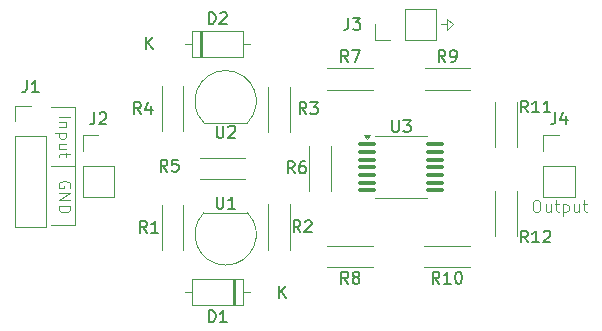
<source format=gto>
G04 #@! TF.GenerationSoftware,KiCad,Pcbnew,9.0.0*
G04 #@! TF.CreationDate,2025-04-05T17:14:40-04:00*
G04 #@! TF.ProjectId,GeoSence_KiCad_singal_module,47656f53-656e-4636-955f-4b694361645f,rev?*
G04 #@! TF.SameCoordinates,Original*
G04 #@! TF.FileFunction,Legend,Top*
G04 #@! TF.FilePolarity,Positive*
%FSLAX46Y46*%
G04 Gerber Fmt 4.6, Leading zero omitted, Abs format (unit mm)*
G04 Created by KiCad (PCBNEW 9.0.0) date 2025-04-05 17:14:40*
%MOMM*%
%LPD*%
G01*
G04 APERTURE LIST*
G04 Aperture macros list*
%AMRoundRect*
0 Rectangle with rounded corners*
0 $1 Rounding radius*
0 $2 $3 $4 $5 $6 $7 $8 $9 X,Y pos of 4 corners*
0 Add a 4 corners polygon primitive as box body*
4,1,4,$2,$3,$4,$5,$6,$7,$8,$9,$2,$3,0*
0 Add four circle primitives for the rounded corners*
1,1,$1+$1,$2,$3*
1,1,$1+$1,$4,$5*
1,1,$1+$1,$6,$7*
1,1,$1+$1,$8,$9*
0 Add four rect primitives between the rounded corners*
20,1,$1+$1,$2,$3,$4,$5,0*
20,1,$1+$1,$4,$5,$6,$7,0*
20,1,$1+$1,$6,$7,$8,$9,0*
20,1,$1+$1,$8,$9,$2,$3,0*%
G04 Aperture macros list end*
%ADD10C,0.100000*%
%ADD11C,0.150000*%
%ADD12C,0.120000*%
%ADD13C,1.400000*%
%ADD14O,1.400000X1.400000*%
%ADD15C,3.600000*%
%ADD16C,5.600000*%
%ADD17R,1.700000X1.700000*%
%ADD18O,1.700000X1.700000*%
%ADD19R,1.600000X1.600000*%
%ADD20O,1.600000X1.600000*%
%ADD21R,1.050000X1.500000*%
%ADD22O,1.050000X1.500000*%
%ADD23RoundRect,0.100000X-0.637500X-0.100000X0.637500X-0.100000X0.637500X0.100000X-0.637500X0.100000X0*%
G04 APERTURE END LIST*
D10*
X82500000Y-53500000D02*
X80500000Y-53500000D01*
X114000000Y-41500000D02*
X114000000Y-42000000D01*
X114000000Y-42000000D02*
X114500000Y-41500000D01*
X82500000Y-53500000D02*
X82500000Y-58500000D01*
X82500000Y-48500000D02*
X82500000Y-53000000D01*
X114500000Y-41500000D02*
X114000000Y-41000000D01*
X113500000Y-41500000D02*
X114000000Y-41500000D01*
X82500000Y-53000000D02*
X82500000Y-53500000D01*
X82500000Y-58500000D02*
X80500000Y-58500000D01*
X80500000Y-48500000D02*
X82500000Y-48500000D01*
X114000000Y-41500000D02*
X114000000Y-41000000D01*
X82079961Y-55327693D02*
X82127580Y-55232455D01*
X82127580Y-55232455D02*
X82127580Y-55089598D01*
X82127580Y-55089598D02*
X82079961Y-54946741D01*
X82079961Y-54946741D02*
X81984723Y-54851503D01*
X81984723Y-54851503D02*
X81889485Y-54803884D01*
X81889485Y-54803884D02*
X81699009Y-54756265D01*
X81699009Y-54756265D02*
X81556152Y-54756265D01*
X81556152Y-54756265D02*
X81365676Y-54803884D01*
X81365676Y-54803884D02*
X81270438Y-54851503D01*
X81270438Y-54851503D02*
X81175200Y-54946741D01*
X81175200Y-54946741D02*
X81127580Y-55089598D01*
X81127580Y-55089598D02*
X81127580Y-55184836D01*
X81127580Y-55184836D02*
X81175200Y-55327693D01*
X81175200Y-55327693D02*
X81222819Y-55375312D01*
X81222819Y-55375312D02*
X81556152Y-55375312D01*
X81556152Y-55375312D02*
X81556152Y-55184836D01*
X81127580Y-55803884D02*
X82127580Y-55803884D01*
X82127580Y-55803884D02*
X81127580Y-56375312D01*
X81127580Y-56375312D02*
X82127580Y-56375312D01*
X81127580Y-56851503D02*
X82127580Y-56851503D01*
X82127580Y-56851503D02*
X82127580Y-57089598D01*
X82127580Y-57089598D02*
X82079961Y-57232455D01*
X82079961Y-57232455D02*
X81984723Y-57327693D01*
X81984723Y-57327693D02*
X81889485Y-57375312D01*
X81889485Y-57375312D02*
X81699009Y-57422931D01*
X81699009Y-57422931D02*
X81556152Y-57422931D01*
X81556152Y-57422931D02*
X81365676Y-57375312D01*
X81365676Y-57375312D02*
X81270438Y-57327693D01*
X81270438Y-57327693D02*
X81175200Y-57232455D01*
X81175200Y-57232455D02*
X81127580Y-57089598D01*
X81127580Y-57089598D02*
X81127580Y-56851503D01*
X121494360Y-56372419D02*
X121684836Y-56372419D01*
X121684836Y-56372419D02*
X121780074Y-56420038D01*
X121780074Y-56420038D02*
X121875312Y-56515276D01*
X121875312Y-56515276D02*
X121922931Y-56705752D01*
X121922931Y-56705752D02*
X121922931Y-57039085D01*
X121922931Y-57039085D02*
X121875312Y-57229561D01*
X121875312Y-57229561D02*
X121780074Y-57324800D01*
X121780074Y-57324800D02*
X121684836Y-57372419D01*
X121684836Y-57372419D02*
X121494360Y-57372419D01*
X121494360Y-57372419D02*
X121399122Y-57324800D01*
X121399122Y-57324800D02*
X121303884Y-57229561D01*
X121303884Y-57229561D02*
X121256265Y-57039085D01*
X121256265Y-57039085D02*
X121256265Y-56705752D01*
X121256265Y-56705752D02*
X121303884Y-56515276D01*
X121303884Y-56515276D02*
X121399122Y-56420038D01*
X121399122Y-56420038D02*
X121494360Y-56372419D01*
X122780074Y-56705752D02*
X122780074Y-57372419D01*
X122351503Y-56705752D02*
X122351503Y-57229561D01*
X122351503Y-57229561D02*
X122399122Y-57324800D01*
X122399122Y-57324800D02*
X122494360Y-57372419D01*
X122494360Y-57372419D02*
X122637217Y-57372419D01*
X122637217Y-57372419D02*
X122732455Y-57324800D01*
X122732455Y-57324800D02*
X122780074Y-57277180D01*
X123113408Y-56705752D02*
X123494360Y-56705752D01*
X123256265Y-56372419D02*
X123256265Y-57229561D01*
X123256265Y-57229561D02*
X123303884Y-57324800D01*
X123303884Y-57324800D02*
X123399122Y-57372419D01*
X123399122Y-57372419D02*
X123494360Y-57372419D01*
X123827694Y-56705752D02*
X123827694Y-57705752D01*
X123827694Y-56753371D02*
X123922932Y-56705752D01*
X123922932Y-56705752D02*
X124113408Y-56705752D01*
X124113408Y-56705752D02*
X124208646Y-56753371D01*
X124208646Y-56753371D02*
X124256265Y-56800990D01*
X124256265Y-56800990D02*
X124303884Y-56896228D01*
X124303884Y-56896228D02*
X124303884Y-57181942D01*
X124303884Y-57181942D02*
X124256265Y-57277180D01*
X124256265Y-57277180D02*
X124208646Y-57324800D01*
X124208646Y-57324800D02*
X124113408Y-57372419D01*
X124113408Y-57372419D02*
X123922932Y-57372419D01*
X123922932Y-57372419D02*
X123827694Y-57324800D01*
X125161027Y-56705752D02*
X125161027Y-57372419D01*
X124732456Y-56705752D02*
X124732456Y-57229561D01*
X124732456Y-57229561D02*
X124780075Y-57324800D01*
X124780075Y-57324800D02*
X124875313Y-57372419D01*
X124875313Y-57372419D02*
X125018170Y-57372419D01*
X125018170Y-57372419D02*
X125113408Y-57324800D01*
X125113408Y-57324800D02*
X125161027Y-57277180D01*
X125494361Y-56705752D02*
X125875313Y-56705752D01*
X125637218Y-56372419D02*
X125637218Y-57229561D01*
X125637218Y-57229561D02*
X125684837Y-57324800D01*
X125684837Y-57324800D02*
X125780075Y-57372419D01*
X125780075Y-57372419D02*
X125875313Y-57372419D01*
X81127580Y-49303884D02*
X82127580Y-49303884D01*
X81794247Y-49780074D02*
X81127580Y-49780074D01*
X81699009Y-49780074D02*
X81746628Y-49827693D01*
X81746628Y-49827693D02*
X81794247Y-49922931D01*
X81794247Y-49922931D02*
X81794247Y-50065788D01*
X81794247Y-50065788D02*
X81746628Y-50161026D01*
X81746628Y-50161026D02*
X81651390Y-50208645D01*
X81651390Y-50208645D02*
X81127580Y-50208645D01*
X81794247Y-50684836D02*
X80794247Y-50684836D01*
X81746628Y-50684836D02*
X81794247Y-50780074D01*
X81794247Y-50780074D02*
X81794247Y-50970550D01*
X81794247Y-50970550D02*
X81746628Y-51065788D01*
X81746628Y-51065788D02*
X81699009Y-51113407D01*
X81699009Y-51113407D02*
X81603771Y-51161026D01*
X81603771Y-51161026D02*
X81318057Y-51161026D01*
X81318057Y-51161026D02*
X81222819Y-51113407D01*
X81222819Y-51113407D02*
X81175200Y-51065788D01*
X81175200Y-51065788D02*
X81127580Y-50970550D01*
X81127580Y-50970550D02*
X81127580Y-50780074D01*
X81127580Y-50780074D02*
X81175200Y-50684836D01*
X81794247Y-52018169D02*
X81127580Y-52018169D01*
X81794247Y-51589598D02*
X81270438Y-51589598D01*
X81270438Y-51589598D02*
X81175200Y-51637217D01*
X81175200Y-51637217D02*
X81127580Y-51732455D01*
X81127580Y-51732455D02*
X81127580Y-51875312D01*
X81127580Y-51875312D02*
X81175200Y-51970550D01*
X81175200Y-51970550D02*
X81222819Y-52018169D01*
X81794247Y-52351503D02*
X81794247Y-52732455D01*
X82127580Y-52494360D02*
X81270438Y-52494360D01*
X81270438Y-52494360D02*
X81175200Y-52541979D01*
X81175200Y-52541979D02*
X81127580Y-52637217D01*
X81127580Y-52637217D02*
X81127580Y-52732455D01*
D11*
X113873333Y-44674819D02*
X113540000Y-44198628D01*
X113301905Y-44674819D02*
X113301905Y-43674819D01*
X113301905Y-43674819D02*
X113682857Y-43674819D01*
X113682857Y-43674819D02*
X113778095Y-43722438D01*
X113778095Y-43722438D02*
X113825714Y-43770057D01*
X113825714Y-43770057D02*
X113873333Y-43865295D01*
X113873333Y-43865295D02*
X113873333Y-44008152D01*
X113873333Y-44008152D02*
X113825714Y-44103390D01*
X113825714Y-44103390D02*
X113778095Y-44151009D01*
X113778095Y-44151009D02*
X113682857Y-44198628D01*
X113682857Y-44198628D02*
X113301905Y-44198628D01*
X114349524Y-44674819D02*
X114540000Y-44674819D01*
X114540000Y-44674819D02*
X114635238Y-44627200D01*
X114635238Y-44627200D02*
X114682857Y-44579580D01*
X114682857Y-44579580D02*
X114778095Y-44436723D01*
X114778095Y-44436723D02*
X114825714Y-44246247D01*
X114825714Y-44246247D02*
X114825714Y-43865295D01*
X114825714Y-43865295D02*
X114778095Y-43770057D01*
X114778095Y-43770057D02*
X114730476Y-43722438D01*
X114730476Y-43722438D02*
X114635238Y-43674819D01*
X114635238Y-43674819D02*
X114444762Y-43674819D01*
X114444762Y-43674819D02*
X114349524Y-43722438D01*
X114349524Y-43722438D02*
X114301905Y-43770057D01*
X114301905Y-43770057D02*
X114254286Y-43865295D01*
X114254286Y-43865295D02*
X114254286Y-44103390D01*
X114254286Y-44103390D02*
X114301905Y-44198628D01*
X114301905Y-44198628D02*
X114349524Y-44246247D01*
X114349524Y-44246247D02*
X114444762Y-44293866D01*
X114444762Y-44293866D02*
X114635238Y-44293866D01*
X114635238Y-44293866D02*
X114730476Y-44246247D01*
X114730476Y-44246247D02*
X114778095Y-44198628D01*
X114778095Y-44198628D02*
X114825714Y-44103390D01*
X84166666Y-48954819D02*
X84166666Y-49669104D01*
X84166666Y-49669104D02*
X84119047Y-49811961D01*
X84119047Y-49811961D02*
X84023809Y-49907200D01*
X84023809Y-49907200D02*
X83880952Y-49954819D01*
X83880952Y-49954819D02*
X83785714Y-49954819D01*
X84595238Y-49050057D02*
X84642857Y-49002438D01*
X84642857Y-49002438D02*
X84738095Y-48954819D01*
X84738095Y-48954819D02*
X84976190Y-48954819D01*
X84976190Y-48954819D02*
X85071428Y-49002438D01*
X85071428Y-49002438D02*
X85119047Y-49050057D01*
X85119047Y-49050057D02*
X85166666Y-49145295D01*
X85166666Y-49145295D02*
X85166666Y-49240533D01*
X85166666Y-49240533D02*
X85119047Y-49383390D01*
X85119047Y-49383390D02*
X84547619Y-49954819D01*
X84547619Y-49954819D02*
X85166666Y-49954819D01*
X105643333Y-63454819D02*
X105310000Y-62978628D01*
X105071905Y-63454819D02*
X105071905Y-62454819D01*
X105071905Y-62454819D02*
X105452857Y-62454819D01*
X105452857Y-62454819D02*
X105548095Y-62502438D01*
X105548095Y-62502438D02*
X105595714Y-62550057D01*
X105595714Y-62550057D02*
X105643333Y-62645295D01*
X105643333Y-62645295D02*
X105643333Y-62788152D01*
X105643333Y-62788152D02*
X105595714Y-62883390D01*
X105595714Y-62883390D02*
X105548095Y-62931009D01*
X105548095Y-62931009D02*
X105452857Y-62978628D01*
X105452857Y-62978628D02*
X105071905Y-62978628D01*
X106214762Y-62883390D02*
X106119524Y-62835771D01*
X106119524Y-62835771D02*
X106071905Y-62788152D01*
X106071905Y-62788152D02*
X106024286Y-62692914D01*
X106024286Y-62692914D02*
X106024286Y-62645295D01*
X106024286Y-62645295D02*
X106071905Y-62550057D01*
X106071905Y-62550057D02*
X106119524Y-62502438D01*
X106119524Y-62502438D02*
X106214762Y-62454819D01*
X106214762Y-62454819D02*
X106405238Y-62454819D01*
X106405238Y-62454819D02*
X106500476Y-62502438D01*
X106500476Y-62502438D02*
X106548095Y-62550057D01*
X106548095Y-62550057D02*
X106595714Y-62645295D01*
X106595714Y-62645295D02*
X106595714Y-62692914D01*
X106595714Y-62692914D02*
X106548095Y-62788152D01*
X106548095Y-62788152D02*
X106500476Y-62835771D01*
X106500476Y-62835771D02*
X106405238Y-62883390D01*
X106405238Y-62883390D02*
X106214762Y-62883390D01*
X106214762Y-62883390D02*
X106119524Y-62931009D01*
X106119524Y-62931009D02*
X106071905Y-62978628D01*
X106071905Y-62978628D02*
X106024286Y-63073866D01*
X106024286Y-63073866D02*
X106024286Y-63264342D01*
X106024286Y-63264342D02*
X106071905Y-63359580D01*
X106071905Y-63359580D02*
X106119524Y-63407200D01*
X106119524Y-63407200D02*
X106214762Y-63454819D01*
X106214762Y-63454819D02*
X106405238Y-63454819D01*
X106405238Y-63454819D02*
X106500476Y-63407200D01*
X106500476Y-63407200D02*
X106548095Y-63359580D01*
X106548095Y-63359580D02*
X106595714Y-63264342D01*
X106595714Y-63264342D02*
X106595714Y-63073866D01*
X106595714Y-63073866D02*
X106548095Y-62978628D01*
X106548095Y-62978628D02*
X106500476Y-62931009D01*
X106500476Y-62931009D02*
X106405238Y-62883390D01*
X93841905Y-41474819D02*
X93841905Y-40474819D01*
X93841905Y-40474819D02*
X94080000Y-40474819D01*
X94080000Y-40474819D02*
X94222857Y-40522438D01*
X94222857Y-40522438D02*
X94318095Y-40617676D01*
X94318095Y-40617676D02*
X94365714Y-40712914D01*
X94365714Y-40712914D02*
X94413333Y-40903390D01*
X94413333Y-40903390D02*
X94413333Y-41046247D01*
X94413333Y-41046247D02*
X94365714Y-41236723D01*
X94365714Y-41236723D02*
X94318095Y-41331961D01*
X94318095Y-41331961D02*
X94222857Y-41427200D01*
X94222857Y-41427200D02*
X94080000Y-41474819D01*
X94080000Y-41474819D02*
X93841905Y-41474819D01*
X94794286Y-40570057D02*
X94841905Y-40522438D01*
X94841905Y-40522438D02*
X94937143Y-40474819D01*
X94937143Y-40474819D02*
X95175238Y-40474819D01*
X95175238Y-40474819D02*
X95270476Y-40522438D01*
X95270476Y-40522438D02*
X95318095Y-40570057D01*
X95318095Y-40570057D02*
X95365714Y-40665295D01*
X95365714Y-40665295D02*
X95365714Y-40760533D01*
X95365714Y-40760533D02*
X95318095Y-40903390D01*
X95318095Y-40903390D02*
X94746667Y-41474819D01*
X94746667Y-41474819D02*
X95365714Y-41474819D01*
X88508095Y-43594819D02*
X88508095Y-42594819D01*
X89079523Y-43594819D02*
X88650952Y-43023390D01*
X89079523Y-42594819D02*
X88508095Y-43166247D01*
X94508095Y-50094819D02*
X94508095Y-50904342D01*
X94508095Y-50904342D02*
X94555714Y-50999580D01*
X94555714Y-50999580D02*
X94603333Y-51047200D01*
X94603333Y-51047200D02*
X94698571Y-51094819D01*
X94698571Y-51094819D02*
X94889047Y-51094819D01*
X94889047Y-51094819D02*
X94984285Y-51047200D01*
X94984285Y-51047200D02*
X95031904Y-50999580D01*
X95031904Y-50999580D02*
X95079523Y-50904342D01*
X95079523Y-50904342D02*
X95079523Y-50094819D01*
X95508095Y-50190057D02*
X95555714Y-50142438D01*
X95555714Y-50142438D02*
X95650952Y-50094819D01*
X95650952Y-50094819D02*
X95889047Y-50094819D01*
X95889047Y-50094819D02*
X95984285Y-50142438D01*
X95984285Y-50142438D02*
X96031904Y-50190057D01*
X96031904Y-50190057D02*
X96079523Y-50285295D01*
X96079523Y-50285295D02*
X96079523Y-50380533D01*
X96079523Y-50380533D02*
X96031904Y-50523390D01*
X96031904Y-50523390D02*
X95460476Y-51094819D01*
X95460476Y-51094819D02*
X96079523Y-51094819D01*
X101103333Y-54094819D02*
X100770000Y-53618628D01*
X100531905Y-54094819D02*
X100531905Y-53094819D01*
X100531905Y-53094819D02*
X100912857Y-53094819D01*
X100912857Y-53094819D02*
X101008095Y-53142438D01*
X101008095Y-53142438D02*
X101055714Y-53190057D01*
X101055714Y-53190057D02*
X101103333Y-53285295D01*
X101103333Y-53285295D02*
X101103333Y-53428152D01*
X101103333Y-53428152D02*
X101055714Y-53523390D01*
X101055714Y-53523390D02*
X101008095Y-53571009D01*
X101008095Y-53571009D02*
X100912857Y-53618628D01*
X100912857Y-53618628D02*
X100531905Y-53618628D01*
X101960476Y-53094819D02*
X101770000Y-53094819D01*
X101770000Y-53094819D02*
X101674762Y-53142438D01*
X101674762Y-53142438D02*
X101627143Y-53190057D01*
X101627143Y-53190057D02*
X101531905Y-53332914D01*
X101531905Y-53332914D02*
X101484286Y-53523390D01*
X101484286Y-53523390D02*
X101484286Y-53904342D01*
X101484286Y-53904342D02*
X101531905Y-53999580D01*
X101531905Y-53999580D02*
X101579524Y-54047200D01*
X101579524Y-54047200D02*
X101674762Y-54094819D01*
X101674762Y-54094819D02*
X101865238Y-54094819D01*
X101865238Y-54094819D02*
X101960476Y-54047200D01*
X101960476Y-54047200D02*
X102008095Y-53999580D01*
X102008095Y-53999580D02*
X102055714Y-53904342D01*
X102055714Y-53904342D02*
X102055714Y-53666247D01*
X102055714Y-53666247D02*
X102008095Y-53571009D01*
X102008095Y-53571009D02*
X101960476Y-53523390D01*
X101960476Y-53523390D02*
X101865238Y-53475771D01*
X101865238Y-53475771D02*
X101674762Y-53475771D01*
X101674762Y-53475771D02*
X101579524Y-53523390D01*
X101579524Y-53523390D02*
X101531905Y-53571009D01*
X101531905Y-53571009D02*
X101484286Y-53666247D01*
X123166666Y-48954819D02*
X123166666Y-49669104D01*
X123166666Y-49669104D02*
X123119047Y-49811961D01*
X123119047Y-49811961D02*
X123023809Y-49907200D01*
X123023809Y-49907200D02*
X122880952Y-49954819D01*
X122880952Y-49954819D02*
X122785714Y-49954819D01*
X124071428Y-49288152D02*
X124071428Y-49954819D01*
X123833333Y-48907200D02*
X123595238Y-49621485D01*
X123595238Y-49621485D02*
X124214285Y-49621485D01*
X105643333Y-44674819D02*
X105310000Y-44198628D01*
X105071905Y-44674819D02*
X105071905Y-43674819D01*
X105071905Y-43674819D02*
X105452857Y-43674819D01*
X105452857Y-43674819D02*
X105548095Y-43722438D01*
X105548095Y-43722438D02*
X105595714Y-43770057D01*
X105595714Y-43770057D02*
X105643333Y-43865295D01*
X105643333Y-43865295D02*
X105643333Y-44008152D01*
X105643333Y-44008152D02*
X105595714Y-44103390D01*
X105595714Y-44103390D02*
X105548095Y-44151009D01*
X105548095Y-44151009D02*
X105452857Y-44198628D01*
X105452857Y-44198628D02*
X105071905Y-44198628D01*
X105976667Y-43674819D02*
X106643333Y-43674819D01*
X106643333Y-43674819D02*
X106214762Y-44674819D01*
X88603333Y-59134819D02*
X88270000Y-58658628D01*
X88031905Y-59134819D02*
X88031905Y-58134819D01*
X88031905Y-58134819D02*
X88412857Y-58134819D01*
X88412857Y-58134819D02*
X88508095Y-58182438D01*
X88508095Y-58182438D02*
X88555714Y-58230057D01*
X88555714Y-58230057D02*
X88603333Y-58325295D01*
X88603333Y-58325295D02*
X88603333Y-58468152D01*
X88603333Y-58468152D02*
X88555714Y-58563390D01*
X88555714Y-58563390D02*
X88508095Y-58611009D01*
X88508095Y-58611009D02*
X88412857Y-58658628D01*
X88412857Y-58658628D02*
X88031905Y-58658628D01*
X89555714Y-59134819D02*
X88984286Y-59134819D01*
X89270000Y-59134819D02*
X89270000Y-58134819D01*
X89270000Y-58134819D02*
X89174762Y-58277676D01*
X89174762Y-58277676D02*
X89079524Y-58372914D01*
X89079524Y-58372914D02*
X88984286Y-58420533D01*
X105666666Y-40954819D02*
X105666666Y-41669104D01*
X105666666Y-41669104D02*
X105619047Y-41811961D01*
X105619047Y-41811961D02*
X105523809Y-41907200D01*
X105523809Y-41907200D02*
X105380952Y-41954819D01*
X105380952Y-41954819D02*
X105285714Y-41954819D01*
X106047619Y-40954819D02*
X106666666Y-40954819D01*
X106666666Y-40954819D02*
X106333333Y-41335771D01*
X106333333Y-41335771D02*
X106476190Y-41335771D01*
X106476190Y-41335771D02*
X106571428Y-41383390D01*
X106571428Y-41383390D02*
X106619047Y-41431009D01*
X106619047Y-41431009D02*
X106666666Y-41526247D01*
X106666666Y-41526247D02*
X106666666Y-41764342D01*
X106666666Y-41764342D02*
X106619047Y-41859580D01*
X106619047Y-41859580D02*
X106571428Y-41907200D01*
X106571428Y-41907200D02*
X106476190Y-41954819D01*
X106476190Y-41954819D02*
X106190476Y-41954819D01*
X106190476Y-41954819D02*
X106095238Y-41907200D01*
X106095238Y-41907200D02*
X106047619Y-41859580D01*
X88103333Y-49094819D02*
X87770000Y-48618628D01*
X87531905Y-49094819D02*
X87531905Y-48094819D01*
X87531905Y-48094819D02*
X87912857Y-48094819D01*
X87912857Y-48094819D02*
X88008095Y-48142438D01*
X88008095Y-48142438D02*
X88055714Y-48190057D01*
X88055714Y-48190057D02*
X88103333Y-48285295D01*
X88103333Y-48285295D02*
X88103333Y-48428152D01*
X88103333Y-48428152D02*
X88055714Y-48523390D01*
X88055714Y-48523390D02*
X88008095Y-48571009D01*
X88008095Y-48571009D02*
X87912857Y-48618628D01*
X87912857Y-48618628D02*
X87531905Y-48618628D01*
X88960476Y-48428152D02*
X88960476Y-49094819D01*
X88722381Y-48047200D02*
X88484286Y-48761485D01*
X88484286Y-48761485D02*
X89103333Y-48761485D01*
X94508095Y-56094819D02*
X94508095Y-56904342D01*
X94508095Y-56904342D02*
X94555714Y-56999580D01*
X94555714Y-56999580D02*
X94603333Y-57047200D01*
X94603333Y-57047200D02*
X94698571Y-57094819D01*
X94698571Y-57094819D02*
X94889047Y-57094819D01*
X94889047Y-57094819D02*
X94984285Y-57047200D01*
X94984285Y-57047200D02*
X95031904Y-56999580D01*
X95031904Y-56999580D02*
X95079523Y-56904342D01*
X95079523Y-56904342D02*
X95079523Y-56094819D01*
X96079523Y-57094819D02*
X95508095Y-57094819D01*
X95793809Y-57094819D02*
X95793809Y-56094819D01*
X95793809Y-56094819D02*
X95698571Y-56237676D01*
X95698571Y-56237676D02*
X95603333Y-56332914D01*
X95603333Y-56332914D02*
X95508095Y-56380533D01*
X90333333Y-53954819D02*
X90000000Y-53478628D01*
X89761905Y-53954819D02*
X89761905Y-52954819D01*
X89761905Y-52954819D02*
X90142857Y-52954819D01*
X90142857Y-52954819D02*
X90238095Y-53002438D01*
X90238095Y-53002438D02*
X90285714Y-53050057D01*
X90285714Y-53050057D02*
X90333333Y-53145295D01*
X90333333Y-53145295D02*
X90333333Y-53288152D01*
X90333333Y-53288152D02*
X90285714Y-53383390D01*
X90285714Y-53383390D02*
X90238095Y-53431009D01*
X90238095Y-53431009D02*
X90142857Y-53478628D01*
X90142857Y-53478628D02*
X89761905Y-53478628D01*
X91238095Y-52954819D02*
X90761905Y-52954819D01*
X90761905Y-52954819D02*
X90714286Y-53431009D01*
X90714286Y-53431009D02*
X90761905Y-53383390D01*
X90761905Y-53383390D02*
X90857143Y-53335771D01*
X90857143Y-53335771D02*
X91095238Y-53335771D01*
X91095238Y-53335771D02*
X91190476Y-53383390D01*
X91190476Y-53383390D02*
X91238095Y-53431009D01*
X91238095Y-53431009D02*
X91285714Y-53526247D01*
X91285714Y-53526247D02*
X91285714Y-53764342D01*
X91285714Y-53764342D02*
X91238095Y-53859580D01*
X91238095Y-53859580D02*
X91190476Y-53907200D01*
X91190476Y-53907200D02*
X91095238Y-53954819D01*
X91095238Y-53954819D02*
X90857143Y-53954819D01*
X90857143Y-53954819D02*
X90761905Y-53907200D01*
X90761905Y-53907200D02*
X90714286Y-53859580D01*
X109370595Y-49594819D02*
X109370595Y-50404342D01*
X109370595Y-50404342D02*
X109418214Y-50499580D01*
X109418214Y-50499580D02*
X109465833Y-50547200D01*
X109465833Y-50547200D02*
X109561071Y-50594819D01*
X109561071Y-50594819D02*
X109751547Y-50594819D01*
X109751547Y-50594819D02*
X109846785Y-50547200D01*
X109846785Y-50547200D02*
X109894404Y-50499580D01*
X109894404Y-50499580D02*
X109942023Y-50404342D01*
X109942023Y-50404342D02*
X109942023Y-49594819D01*
X110322976Y-49594819D02*
X110942023Y-49594819D01*
X110942023Y-49594819D02*
X110608690Y-49975771D01*
X110608690Y-49975771D02*
X110751547Y-49975771D01*
X110751547Y-49975771D02*
X110846785Y-50023390D01*
X110846785Y-50023390D02*
X110894404Y-50071009D01*
X110894404Y-50071009D02*
X110942023Y-50166247D01*
X110942023Y-50166247D02*
X110942023Y-50404342D01*
X110942023Y-50404342D02*
X110894404Y-50499580D01*
X110894404Y-50499580D02*
X110846785Y-50547200D01*
X110846785Y-50547200D02*
X110751547Y-50594819D01*
X110751547Y-50594819D02*
X110465833Y-50594819D01*
X110465833Y-50594819D02*
X110370595Y-50547200D01*
X110370595Y-50547200D02*
X110322976Y-50499580D01*
X102103333Y-49094819D02*
X101770000Y-48618628D01*
X101531905Y-49094819D02*
X101531905Y-48094819D01*
X101531905Y-48094819D02*
X101912857Y-48094819D01*
X101912857Y-48094819D02*
X102008095Y-48142438D01*
X102008095Y-48142438D02*
X102055714Y-48190057D01*
X102055714Y-48190057D02*
X102103333Y-48285295D01*
X102103333Y-48285295D02*
X102103333Y-48428152D01*
X102103333Y-48428152D02*
X102055714Y-48523390D01*
X102055714Y-48523390D02*
X102008095Y-48571009D01*
X102008095Y-48571009D02*
X101912857Y-48618628D01*
X101912857Y-48618628D02*
X101531905Y-48618628D01*
X102436667Y-48094819D02*
X103055714Y-48094819D01*
X103055714Y-48094819D02*
X102722381Y-48475771D01*
X102722381Y-48475771D02*
X102865238Y-48475771D01*
X102865238Y-48475771D02*
X102960476Y-48523390D01*
X102960476Y-48523390D02*
X103008095Y-48571009D01*
X103008095Y-48571009D02*
X103055714Y-48666247D01*
X103055714Y-48666247D02*
X103055714Y-48904342D01*
X103055714Y-48904342D02*
X103008095Y-48999580D01*
X103008095Y-48999580D02*
X102960476Y-49047200D01*
X102960476Y-49047200D02*
X102865238Y-49094819D01*
X102865238Y-49094819D02*
X102579524Y-49094819D01*
X102579524Y-49094819D02*
X102484286Y-49047200D01*
X102484286Y-49047200D02*
X102436667Y-48999580D01*
X120857142Y-59954819D02*
X120523809Y-59478628D01*
X120285714Y-59954819D02*
X120285714Y-58954819D01*
X120285714Y-58954819D02*
X120666666Y-58954819D01*
X120666666Y-58954819D02*
X120761904Y-59002438D01*
X120761904Y-59002438D02*
X120809523Y-59050057D01*
X120809523Y-59050057D02*
X120857142Y-59145295D01*
X120857142Y-59145295D02*
X120857142Y-59288152D01*
X120857142Y-59288152D02*
X120809523Y-59383390D01*
X120809523Y-59383390D02*
X120761904Y-59431009D01*
X120761904Y-59431009D02*
X120666666Y-59478628D01*
X120666666Y-59478628D02*
X120285714Y-59478628D01*
X121809523Y-59954819D02*
X121238095Y-59954819D01*
X121523809Y-59954819D02*
X121523809Y-58954819D01*
X121523809Y-58954819D02*
X121428571Y-59097676D01*
X121428571Y-59097676D02*
X121333333Y-59192914D01*
X121333333Y-59192914D02*
X121238095Y-59240533D01*
X122190476Y-59050057D02*
X122238095Y-59002438D01*
X122238095Y-59002438D02*
X122333333Y-58954819D01*
X122333333Y-58954819D02*
X122571428Y-58954819D01*
X122571428Y-58954819D02*
X122666666Y-59002438D01*
X122666666Y-59002438D02*
X122714285Y-59050057D01*
X122714285Y-59050057D02*
X122761904Y-59145295D01*
X122761904Y-59145295D02*
X122761904Y-59240533D01*
X122761904Y-59240533D02*
X122714285Y-59383390D01*
X122714285Y-59383390D02*
X122142857Y-59954819D01*
X122142857Y-59954819D02*
X122761904Y-59954819D01*
X78436666Y-46234819D02*
X78436666Y-46949104D01*
X78436666Y-46949104D02*
X78389047Y-47091961D01*
X78389047Y-47091961D02*
X78293809Y-47187200D01*
X78293809Y-47187200D02*
X78150952Y-47234819D01*
X78150952Y-47234819D02*
X78055714Y-47234819D01*
X79436666Y-47234819D02*
X78865238Y-47234819D01*
X79150952Y-47234819D02*
X79150952Y-46234819D01*
X79150952Y-46234819D02*
X79055714Y-46377676D01*
X79055714Y-46377676D02*
X78960476Y-46472914D01*
X78960476Y-46472914D02*
X78865238Y-46520533D01*
X93841905Y-66714819D02*
X93841905Y-65714819D01*
X93841905Y-65714819D02*
X94080000Y-65714819D01*
X94080000Y-65714819D02*
X94222857Y-65762438D01*
X94222857Y-65762438D02*
X94318095Y-65857676D01*
X94318095Y-65857676D02*
X94365714Y-65952914D01*
X94365714Y-65952914D02*
X94413333Y-66143390D01*
X94413333Y-66143390D02*
X94413333Y-66286247D01*
X94413333Y-66286247D02*
X94365714Y-66476723D01*
X94365714Y-66476723D02*
X94318095Y-66571961D01*
X94318095Y-66571961D02*
X94222857Y-66667200D01*
X94222857Y-66667200D02*
X94080000Y-66714819D01*
X94080000Y-66714819D02*
X93841905Y-66714819D01*
X95365714Y-66714819D02*
X94794286Y-66714819D01*
X95080000Y-66714819D02*
X95080000Y-65714819D01*
X95080000Y-65714819D02*
X94984762Y-65857676D01*
X94984762Y-65857676D02*
X94889524Y-65952914D01*
X94889524Y-65952914D02*
X94794286Y-66000533D01*
X99818095Y-64634819D02*
X99818095Y-63634819D01*
X100389523Y-64634819D02*
X99960952Y-64063390D01*
X100389523Y-63634819D02*
X99818095Y-64206247D01*
X113357142Y-63454819D02*
X113023809Y-62978628D01*
X112785714Y-63454819D02*
X112785714Y-62454819D01*
X112785714Y-62454819D02*
X113166666Y-62454819D01*
X113166666Y-62454819D02*
X113261904Y-62502438D01*
X113261904Y-62502438D02*
X113309523Y-62550057D01*
X113309523Y-62550057D02*
X113357142Y-62645295D01*
X113357142Y-62645295D02*
X113357142Y-62788152D01*
X113357142Y-62788152D02*
X113309523Y-62883390D01*
X113309523Y-62883390D02*
X113261904Y-62931009D01*
X113261904Y-62931009D02*
X113166666Y-62978628D01*
X113166666Y-62978628D02*
X112785714Y-62978628D01*
X114309523Y-63454819D02*
X113738095Y-63454819D01*
X114023809Y-63454819D02*
X114023809Y-62454819D01*
X114023809Y-62454819D02*
X113928571Y-62597676D01*
X113928571Y-62597676D02*
X113833333Y-62692914D01*
X113833333Y-62692914D02*
X113738095Y-62740533D01*
X114928571Y-62454819D02*
X115023809Y-62454819D01*
X115023809Y-62454819D02*
X115119047Y-62502438D01*
X115119047Y-62502438D02*
X115166666Y-62550057D01*
X115166666Y-62550057D02*
X115214285Y-62645295D01*
X115214285Y-62645295D02*
X115261904Y-62835771D01*
X115261904Y-62835771D02*
X115261904Y-63073866D01*
X115261904Y-63073866D02*
X115214285Y-63264342D01*
X115214285Y-63264342D02*
X115166666Y-63359580D01*
X115166666Y-63359580D02*
X115119047Y-63407200D01*
X115119047Y-63407200D02*
X115023809Y-63454819D01*
X115023809Y-63454819D02*
X114928571Y-63454819D01*
X114928571Y-63454819D02*
X114833333Y-63407200D01*
X114833333Y-63407200D02*
X114785714Y-63359580D01*
X114785714Y-63359580D02*
X114738095Y-63264342D01*
X114738095Y-63264342D02*
X114690476Y-63073866D01*
X114690476Y-63073866D02*
X114690476Y-62835771D01*
X114690476Y-62835771D02*
X114738095Y-62645295D01*
X114738095Y-62645295D02*
X114785714Y-62550057D01*
X114785714Y-62550057D02*
X114833333Y-62502438D01*
X114833333Y-62502438D02*
X114928571Y-62454819D01*
X101603333Y-59094819D02*
X101270000Y-58618628D01*
X101031905Y-59094819D02*
X101031905Y-58094819D01*
X101031905Y-58094819D02*
X101412857Y-58094819D01*
X101412857Y-58094819D02*
X101508095Y-58142438D01*
X101508095Y-58142438D02*
X101555714Y-58190057D01*
X101555714Y-58190057D02*
X101603333Y-58285295D01*
X101603333Y-58285295D02*
X101603333Y-58428152D01*
X101603333Y-58428152D02*
X101555714Y-58523390D01*
X101555714Y-58523390D02*
X101508095Y-58571009D01*
X101508095Y-58571009D02*
X101412857Y-58618628D01*
X101412857Y-58618628D02*
X101031905Y-58618628D01*
X101984286Y-58190057D02*
X102031905Y-58142438D01*
X102031905Y-58142438D02*
X102127143Y-58094819D01*
X102127143Y-58094819D02*
X102365238Y-58094819D01*
X102365238Y-58094819D02*
X102460476Y-58142438D01*
X102460476Y-58142438D02*
X102508095Y-58190057D01*
X102508095Y-58190057D02*
X102555714Y-58285295D01*
X102555714Y-58285295D02*
X102555714Y-58380533D01*
X102555714Y-58380533D02*
X102508095Y-58523390D01*
X102508095Y-58523390D02*
X101936667Y-59094819D01*
X101936667Y-59094819D02*
X102555714Y-59094819D01*
X120857142Y-48954819D02*
X120523809Y-48478628D01*
X120285714Y-48954819D02*
X120285714Y-47954819D01*
X120285714Y-47954819D02*
X120666666Y-47954819D01*
X120666666Y-47954819D02*
X120761904Y-48002438D01*
X120761904Y-48002438D02*
X120809523Y-48050057D01*
X120809523Y-48050057D02*
X120857142Y-48145295D01*
X120857142Y-48145295D02*
X120857142Y-48288152D01*
X120857142Y-48288152D02*
X120809523Y-48383390D01*
X120809523Y-48383390D02*
X120761904Y-48431009D01*
X120761904Y-48431009D02*
X120666666Y-48478628D01*
X120666666Y-48478628D02*
X120285714Y-48478628D01*
X121809523Y-48954819D02*
X121238095Y-48954819D01*
X121523809Y-48954819D02*
X121523809Y-47954819D01*
X121523809Y-47954819D02*
X121428571Y-48097676D01*
X121428571Y-48097676D02*
X121333333Y-48192914D01*
X121333333Y-48192914D02*
X121238095Y-48240533D01*
X122761904Y-48954819D02*
X122190476Y-48954819D01*
X122476190Y-48954819D02*
X122476190Y-47954819D01*
X122476190Y-47954819D02*
X122380952Y-48097676D01*
X122380952Y-48097676D02*
X122285714Y-48192914D01*
X122285714Y-48192914D02*
X122190476Y-48240533D01*
D12*
X112120000Y-45220000D02*
X115960000Y-45220000D01*
X112120000Y-47060000D02*
X115960000Y-47060000D01*
X83170000Y-50895000D02*
X84500000Y-50895000D01*
X83170000Y-52225000D02*
X83170000Y-50895000D01*
X83170000Y-53495000D02*
X83170000Y-56095000D01*
X83170000Y-53495000D02*
X85830000Y-53495000D01*
X83170000Y-56095000D02*
X85830000Y-56095000D01*
X85830000Y-53495000D02*
X85830000Y-56095000D01*
X103890000Y-60220000D02*
X107730000Y-60220000D01*
X103890000Y-62060000D02*
X107730000Y-62060000D01*
X91810000Y-43140000D02*
X92460000Y-43140000D01*
X92460000Y-42020000D02*
X92460000Y-44260000D01*
X92460000Y-44260000D02*
X96700000Y-44260000D01*
X93060000Y-42020000D02*
X93060000Y-44260000D01*
X93180000Y-42020000D02*
X93180000Y-44260000D01*
X93300000Y-42020000D02*
X93300000Y-44260000D01*
X96700000Y-42020000D02*
X92460000Y-42020000D01*
X96700000Y-44260000D02*
X96700000Y-42020000D01*
X97350000Y-43140000D02*
X96700000Y-43140000D01*
X93470000Y-49850000D02*
X97070000Y-49850000D01*
X93431522Y-49838478D02*
G75*
G02*
X95270000Y-45399999I1838478J1838478D01*
G01*
X95270000Y-45400000D02*
G75*
G02*
X97108478Y-49838478I0J-2600000D01*
G01*
X102350000Y-51760000D02*
X102350000Y-55600000D01*
X104190000Y-51760000D02*
X104190000Y-55600000D01*
X122170000Y-50895000D02*
X123500000Y-50895000D01*
X122170000Y-52225000D02*
X122170000Y-50895000D01*
X122170000Y-53495000D02*
X122170000Y-56095000D01*
X122170000Y-53495000D02*
X124830000Y-53495000D01*
X122170000Y-56095000D02*
X124830000Y-56095000D01*
X124830000Y-53495000D02*
X124830000Y-56095000D01*
X103890000Y-45220000D02*
X107730000Y-45220000D01*
X103890000Y-47060000D02*
X107730000Y-47060000D01*
X89850000Y-56760000D02*
X89850000Y-60600000D01*
X91690000Y-56760000D02*
X91690000Y-60600000D01*
X107895000Y-42830000D02*
X107895000Y-41500000D01*
X109225000Y-42830000D02*
X107895000Y-42830000D01*
X110495000Y-40170000D02*
X113095000Y-40170000D01*
X110495000Y-42830000D02*
X110495000Y-40170000D01*
X110495000Y-42830000D02*
X113095000Y-42830000D01*
X113095000Y-42830000D02*
X113095000Y-40170000D01*
X89850000Y-50560000D02*
X89850000Y-46720000D01*
X91690000Y-50560000D02*
X91690000Y-46720000D01*
X97070000Y-57430000D02*
X93470000Y-57430000D01*
X95270000Y-61880000D02*
G75*
G02*
X93431522Y-57441522I0J2600000D01*
G01*
X97108478Y-57441522D02*
G75*
G02*
X95270000Y-61880001I-1838478J-1838478D01*
G01*
X96920000Y-52781100D02*
X93080000Y-52781100D01*
X96920000Y-54621100D02*
X93080000Y-54621100D01*
X110132500Y-50980000D02*
X107932500Y-50980000D01*
X110132500Y-50980000D02*
X112332500Y-50980000D01*
X110132500Y-56200000D02*
X107932500Y-56200000D01*
X110132500Y-56200000D02*
X112332500Y-56200000D01*
X107232500Y-51180000D02*
X106992500Y-50850000D01*
X107472500Y-50850000D01*
X107232500Y-51180000D01*
G36*
X107232500Y-51180000D02*
G01*
X106992500Y-50850000D01*
X107472500Y-50850000D01*
X107232500Y-51180000D01*
G37*
X98850000Y-50600000D02*
X98850000Y-46760000D01*
X100690000Y-50600000D02*
X100690000Y-46760000D01*
X118080000Y-59420000D02*
X118080000Y-55580000D01*
X119920000Y-59420000D02*
X119920000Y-55580000D01*
X77440000Y-48370000D02*
X78770000Y-48370000D01*
X77440000Y-49700000D02*
X77440000Y-48370000D01*
X77440000Y-50970000D02*
X77440000Y-58650000D01*
X77440000Y-50970000D02*
X80100000Y-50970000D01*
X77440000Y-58650000D02*
X80100000Y-58650000D01*
X80100000Y-50970000D02*
X80100000Y-58650000D01*
X91810000Y-64140000D02*
X92460000Y-64140000D01*
X92460000Y-63020000D02*
X92460000Y-65260000D01*
X92460000Y-65260000D02*
X96700000Y-65260000D01*
X95860000Y-65260000D02*
X95860000Y-63020000D01*
X95980000Y-65260000D02*
X95980000Y-63020000D01*
X96100000Y-65260000D02*
X96100000Y-63020000D01*
X96700000Y-63020000D02*
X92460000Y-63020000D01*
X96700000Y-65260000D02*
X96700000Y-63020000D01*
X97350000Y-64140000D02*
X96700000Y-64140000D01*
X112080000Y-60220000D02*
X115920000Y-60220000D01*
X112080000Y-62060000D02*
X115920000Y-62060000D01*
X98850000Y-56720000D02*
X98850000Y-60560000D01*
X100690000Y-56720000D02*
X100690000Y-60560000D01*
X118080000Y-48080000D02*
X118080000Y-51920000D01*
X119920000Y-48080000D02*
X119920000Y-51920000D01*
%LPC*%
D13*
X111500000Y-46140000D03*
D14*
X116580000Y-46140000D03*
D15*
X80000000Y-65500000D03*
D16*
X80000000Y-65500000D03*
D15*
X80000000Y-42500000D03*
D16*
X80000000Y-42500000D03*
D17*
X84500000Y-52225000D03*
D18*
X84500000Y-54765000D03*
D13*
X103270000Y-61140000D03*
D14*
X108350000Y-61140000D03*
D19*
X90770000Y-43140000D03*
D20*
X98390000Y-43140000D03*
D21*
X94000000Y-48000000D03*
D22*
X95270000Y-48000000D03*
X96540000Y-48000000D03*
D15*
X123000000Y-65500000D03*
D16*
X123000000Y-65500000D03*
D13*
X103270000Y-51140000D03*
D14*
X103270000Y-56220000D03*
D17*
X123500000Y-52225000D03*
D18*
X123500000Y-54765000D03*
D13*
X103270000Y-46140000D03*
D14*
X108350000Y-46140000D03*
D13*
X90770000Y-56140000D03*
D14*
X90770000Y-61220000D03*
D17*
X109225000Y-41500000D03*
D18*
X111765000Y-41500000D03*
D13*
X90770000Y-51180000D03*
D14*
X90770000Y-46100000D03*
D21*
X96540000Y-59280000D03*
D22*
X95270000Y-59280000D03*
X94000000Y-59280000D03*
D13*
X97540000Y-53701100D03*
D14*
X92460000Y-53701100D03*
D23*
X107270000Y-51640000D03*
X107270000Y-52290000D03*
X107270000Y-52940000D03*
X107270000Y-53590000D03*
X107270000Y-54240000D03*
X107270000Y-54890000D03*
X107270000Y-55540000D03*
X112995000Y-55540000D03*
X112995000Y-54890000D03*
X112995000Y-54240000D03*
X112995000Y-53590000D03*
X112995000Y-52940000D03*
X112995000Y-52290000D03*
X112995000Y-51640000D03*
D13*
X99770000Y-51220000D03*
D14*
X99770000Y-46140000D03*
D13*
X119000000Y-60040000D03*
D14*
X119000000Y-54960000D03*
D17*
X78770000Y-49700000D03*
D18*
X78770000Y-52240000D03*
X78770000Y-54780000D03*
X78770000Y-57320000D03*
D19*
X98390000Y-64140000D03*
D20*
X90770000Y-64140000D03*
D13*
X111460000Y-61140000D03*
D14*
X116540000Y-61140000D03*
D13*
X99770000Y-56100000D03*
D14*
X99770000Y-61180000D03*
D15*
X123000000Y-42500000D03*
D16*
X123000000Y-42500000D03*
D13*
X119000000Y-47460000D03*
D14*
X119000000Y-52540000D03*
%LPD*%
M02*

</source>
